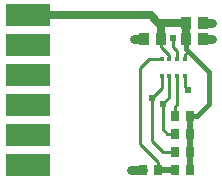
<source format=gtl>
G04 Layer_Physical_Order=1*
G04 Layer_Color=25308*
%FSLAX25Y25*%
%MOIN*%
G70*
G01*
G75*
%ADD10R,0.15000X0.07600*%
G04:AMPARAMS|DCode=11|XSize=13.78mil|YSize=13.78mil|CornerRadius=3.45mil|HoleSize=0mil|Usage=FLASHONLY|Rotation=270.000|XOffset=0mil|YOffset=0mil|HoleType=Round|Shape=RoundedRectangle|*
%AMROUNDEDRECTD11*
21,1,0.01378,0.00689,0,0,270.0*
21,1,0.00689,0.01378,0,0,270.0*
1,1,0.00689,-0.00345,-0.00345*
1,1,0.00689,-0.00345,0.00345*
1,1,0.00689,0.00345,0.00345*
1,1,0.00689,0.00345,-0.00345*
%
%ADD11ROUNDEDRECTD11*%
%ADD12R,0.03740X0.04134*%
%ADD13R,0.03150X0.03740*%
%ADD14C,0.02500*%
%ADD15C,0.01000*%
%ADD16C,0.03000*%
%ADD17C,0.02000*%
%ADD18C,0.01500*%
%ADD19C,0.02400*%
D10*
X112500Y265000D02*
D03*
Y275000D02*
D03*
Y315000D02*
D03*
Y305000D02*
D03*
Y295000D02*
D03*
Y285000D02*
D03*
D11*
X164839Y294646D02*
D03*
X162279D02*
D03*
X159721D02*
D03*
X157161D02*
D03*
Y300354D02*
D03*
X159721D02*
D03*
X162279D02*
D03*
X164839D02*
D03*
D12*
X165146Y307000D02*
D03*
X170854D02*
D03*
X165146Y312500D02*
D03*
X170854D02*
D03*
X156854Y307000D02*
D03*
X151146D02*
D03*
D13*
X161441Y281500D02*
D03*
X166559D02*
D03*
X161441Y263500D02*
D03*
X166559D02*
D03*
X150941D02*
D03*
X156059D02*
D03*
X161441Y275500D02*
D03*
X166559D02*
D03*
X161441Y269500D02*
D03*
X166559D02*
D03*
D14*
X165146Y307000D02*
Y312500D01*
X112500Y315000D02*
X153500D01*
X156854Y307000D02*
Y311646D01*
X156000Y312500D02*
X165146D01*
X153500Y315000D02*
X156000Y312500D01*
X156854Y311646D01*
D15*
X162279Y300354D02*
Y303221D01*
X161000Y304500D02*
X162279Y303221D01*
X161000Y304500D02*
Y307500D01*
X156854Y304500D02*
Y307000D01*
Y304500D02*
X159721Y301634D01*
Y300354D02*
Y301634D01*
X164839Y291161D02*
Y294646D01*
Y291161D02*
X166000Y290000D01*
X162279Y285279D02*
Y294646D01*
X157500Y269500D02*
X161441D01*
X156059Y263500D02*
Y265941D01*
X157161Y290661D02*
Y294646D01*
X157500Y285500D02*
X159721Y287720D01*
Y294646D01*
X154000Y287500D02*
X157161Y290661D01*
X150000Y297500D02*
X152854Y300354D01*
X157161D01*
X150000Y272000D02*
X156059Y265941D01*
X150000Y272000D02*
Y297500D01*
X154000Y273000D02*
X157500Y269500D01*
X154000Y273000D02*
Y287500D01*
X157500Y277000D02*
Y285500D01*
Y277000D02*
X159000Y275500D01*
X161441D01*
X161500Y284500D02*
X162279Y285279D01*
X161441Y281500D02*
Y284441D01*
X164839Y300354D02*
Y301839D01*
X166000Y303000D01*
D16*
X148000Y307000D02*
X151146D01*
X170854Y312500D02*
X174000D01*
X147000Y263500D02*
X150941D01*
X170854Y307000D02*
X174000D01*
D17*
X156059Y263500D02*
X161441D01*
X166559D02*
Y269500D01*
Y275500D01*
Y281500D01*
D18*
X168500D01*
X169000D02*
X173000Y285500D01*
Y296000D01*
X166000Y303000D02*
X173000Y296000D01*
X165146Y303854D02*
X166000Y303000D01*
X165146Y303854D02*
Y307000D01*
D19*
X161000Y307500D02*
D03*
X174000Y312500D02*
D03*
Y307000D02*
D03*
X148000D02*
D03*
X166000Y290000D02*
D03*
X147000Y263500D02*
D03*
X154000Y287500D02*
D03*
X157500Y285500D02*
D03*
M02*

</source>
